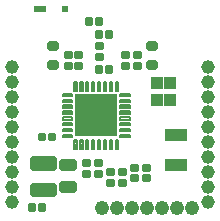
<source format=gbr>
G04 EAGLE Gerber RS-274X export*
G75*
%MOMM*%
%FSLAX34Y34*%
%LPD*%
%INSoldermask Top*%
%IPPOS*%
%AMOC8*
5,1,8,0,0,1.08239X$1,22.5*%
G01*
%ADD10C,0.193500*%
%ADD11R,3.627000X3.627000*%
%ADD12C,0.631119*%
%ADD13C,0.406869*%
%ADD14C,0.531859*%
%ADD15C,0.663353*%
%ADD16R,1.927000X1.127000*%
%ADD17R,0.977000X1.077000*%
%ADD18C,0.400200*%
%ADD19C,1.177000*%
%ADD20R,0.627000X0.627000*%
%ADD21R,1.027000X0.627000*%
%ADD22C,1.227000*%


D10*
X88922Y106742D02*
X88922Y114678D01*
X90858Y114678D01*
X90858Y106742D01*
X88922Y106742D01*
X88922Y108580D02*
X90858Y108580D01*
X90858Y110418D02*
X88922Y110418D01*
X88922Y112256D02*
X90858Y112256D01*
X90858Y114094D02*
X88922Y114094D01*
X83922Y114678D02*
X83922Y106742D01*
X83922Y114678D02*
X85858Y114678D01*
X85858Y106742D01*
X83922Y106742D01*
X83922Y108580D02*
X85858Y108580D01*
X85858Y110418D02*
X83922Y110418D01*
X83922Y112256D02*
X85858Y112256D01*
X85858Y114094D02*
X83922Y114094D01*
X78922Y114678D02*
X78922Y106742D01*
X78922Y114678D02*
X80858Y114678D01*
X80858Y106742D01*
X78922Y106742D01*
X78922Y108580D02*
X80858Y108580D01*
X80858Y110418D02*
X78922Y110418D01*
X78922Y112256D02*
X80858Y112256D01*
X80858Y114094D02*
X78922Y114094D01*
X73922Y114678D02*
X73922Y106742D01*
X73922Y114678D02*
X75858Y114678D01*
X75858Y106742D01*
X73922Y106742D01*
X73922Y108580D02*
X75858Y108580D01*
X75858Y110418D02*
X73922Y110418D01*
X73922Y112256D02*
X75858Y112256D01*
X75858Y114094D02*
X73922Y114094D01*
X68922Y114678D02*
X68922Y106742D01*
X68922Y114678D02*
X70858Y114678D01*
X70858Y106742D01*
X68922Y106742D01*
X68922Y108580D02*
X70858Y108580D01*
X70858Y110418D02*
X68922Y110418D01*
X68922Y112256D02*
X70858Y112256D01*
X70858Y114094D02*
X68922Y114094D01*
X63922Y114678D02*
X63922Y106742D01*
X63922Y114678D02*
X65858Y114678D01*
X65858Y106742D01*
X63922Y106742D01*
X63922Y108580D02*
X65858Y108580D01*
X65858Y110418D02*
X63922Y110418D01*
X63922Y112256D02*
X65858Y112256D01*
X65858Y114094D02*
X63922Y114094D01*
X58922Y114678D02*
X58922Y106742D01*
X58922Y114678D02*
X60858Y114678D01*
X60858Y106742D01*
X58922Y106742D01*
X58922Y108580D02*
X60858Y108580D01*
X60858Y110418D02*
X58922Y110418D01*
X58922Y112256D02*
X60858Y112256D01*
X60858Y114094D02*
X58922Y114094D01*
X53922Y114678D02*
X53922Y106742D01*
X53922Y114678D02*
X55858Y114678D01*
X55858Y106742D01*
X53922Y106742D01*
X53922Y108580D02*
X55858Y108580D01*
X55858Y110418D02*
X53922Y110418D01*
X53922Y112256D02*
X55858Y112256D01*
X55858Y114094D02*
X53922Y114094D01*
X53922Y65978D02*
X53922Y58042D01*
X53922Y65978D02*
X55858Y65978D01*
X55858Y58042D01*
X53922Y58042D01*
X53922Y59880D02*
X55858Y59880D01*
X55858Y61718D02*
X53922Y61718D01*
X53922Y63556D02*
X55858Y63556D01*
X55858Y65394D02*
X53922Y65394D01*
X58922Y65978D02*
X58922Y58042D01*
X58922Y65978D02*
X60858Y65978D01*
X60858Y58042D01*
X58922Y58042D01*
X58922Y59880D02*
X60858Y59880D01*
X60858Y61718D02*
X58922Y61718D01*
X58922Y63556D02*
X60858Y63556D01*
X60858Y65394D02*
X58922Y65394D01*
X63922Y65978D02*
X63922Y58042D01*
X63922Y65978D02*
X65858Y65978D01*
X65858Y58042D01*
X63922Y58042D01*
X63922Y59880D02*
X65858Y59880D01*
X65858Y61718D02*
X63922Y61718D01*
X63922Y63556D02*
X65858Y63556D01*
X65858Y65394D02*
X63922Y65394D01*
X68922Y65978D02*
X68922Y58042D01*
X68922Y65978D02*
X70858Y65978D01*
X70858Y58042D01*
X68922Y58042D01*
X68922Y59880D02*
X70858Y59880D01*
X70858Y61718D02*
X68922Y61718D01*
X68922Y63556D02*
X70858Y63556D01*
X70858Y65394D02*
X68922Y65394D01*
X73922Y65978D02*
X73922Y58042D01*
X73922Y65978D02*
X75858Y65978D01*
X75858Y58042D01*
X73922Y58042D01*
X73922Y59880D02*
X75858Y59880D01*
X75858Y61718D02*
X73922Y61718D01*
X73922Y63556D02*
X75858Y63556D01*
X75858Y65394D02*
X73922Y65394D01*
X78922Y65978D02*
X78922Y58042D01*
X78922Y65978D02*
X80858Y65978D01*
X80858Y58042D01*
X78922Y58042D01*
X78922Y59880D02*
X80858Y59880D01*
X80858Y61718D02*
X78922Y61718D01*
X78922Y63556D02*
X80858Y63556D01*
X80858Y65394D02*
X78922Y65394D01*
X83922Y65978D02*
X83922Y58042D01*
X83922Y65978D02*
X85858Y65978D01*
X85858Y58042D01*
X83922Y58042D01*
X83922Y59880D02*
X85858Y59880D01*
X85858Y61718D02*
X83922Y61718D01*
X83922Y63556D02*
X85858Y63556D01*
X85858Y65394D02*
X83922Y65394D01*
X88922Y65978D02*
X88922Y58042D01*
X88922Y65978D02*
X90858Y65978D01*
X90858Y58042D01*
X88922Y58042D01*
X88922Y59880D02*
X90858Y59880D01*
X90858Y61718D02*
X88922Y61718D01*
X88922Y63556D02*
X90858Y63556D01*
X90858Y65394D02*
X88922Y65394D01*
X92772Y69828D02*
X100708Y69828D01*
X100708Y67892D01*
X92772Y67892D01*
X92772Y69828D01*
X92772Y69730D02*
X100708Y69730D01*
X100708Y74828D02*
X92772Y74828D01*
X100708Y74828D02*
X100708Y72892D01*
X92772Y72892D01*
X92772Y74828D01*
X92772Y74730D02*
X100708Y74730D01*
X100708Y79828D02*
X92772Y79828D01*
X100708Y79828D02*
X100708Y77892D01*
X92772Y77892D01*
X92772Y79828D01*
X92772Y79730D02*
X100708Y79730D01*
X100708Y84828D02*
X92772Y84828D01*
X100708Y84828D02*
X100708Y82892D01*
X92772Y82892D01*
X92772Y84828D01*
X92772Y84730D02*
X100708Y84730D01*
X100708Y89828D02*
X92772Y89828D01*
X100708Y89828D02*
X100708Y87892D01*
X92772Y87892D01*
X92772Y89828D01*
X92772Y89730D02*
X100708Y89730D01*
X100708Y94828D02*
X92772Y94828D01*
X100708Y94828D02*
X100708Y92892D01*
X92772Y92892D01*
X92772Y94828D01*
X92772Y94730D02*
X100708Y94730D01*
X100708Y99828D02*
X92772Y99828D01*
X100708Y99828D02*
X100708Y97892D01*
X92772Y97892D01*
X92772Y99828D01*
X92772Y99730D02*
X100708Y99730D01*
X100708Y104828D02*
X92772Y104828D01*
X100708Y104828D02*
X100708Y102892D01*
X92772Y102892D01*
X92772Y104828D01*
X92772Y104730D02*
X100708Y104730D01*
X52008Y104828D02*
X44072Y104828D01*
X52008Y104828D02*
X52008Y102892D01*
X44072Y102892D01*
X44072Y104828D01*
X44072Y104730D02*
X52008Y104730D01*
X52008Y99828D02*
X44072Y99828D01*
X52008Y99828D02*
X52008Y97892D01*
X44072Y97892D01*
X44072Y99828D01*
X44072Y99730D02*
X52008Y99730D01*
X52008Y94828D02*
X44072Y94828D01*
X52008Y94828D02*
X52008Y92892D01*
X44072Y92892D01*
X44072Y94828D01*
X44072Y94730D02*
X52008Y94730D01*
X52008Y89828D02*
X44072Y89828D01*
X52008Y89828D02*
X52008Y87892D01*
X44072Y87892D01*
X44072Y89828D01*
X44072Y89730D02*
X52008Y89730D01*
X52008Y84828D02*
X44072Y84828D01*
X52008Y84828D02*
X52008Y82892D01*
X44072Y82892D01*
X44072Y84828D01*
X44072Y84730D02*
X52008Y84730D01*
X52008Y79828D02*
X44072Y79828D01*
X52008Y79828D02*
X52008Y77892D01*
X44072Y77892D01*
X44072Y79828D01*
X44072Y79730D02*
X52008Y79730D01*
X52008Y74828D02*
X44072Y74828D01*
X52008Y74828D02*
X52008Y72892D01*
X44072Y72892D01*
X44072Y74828D01*
X44072Y74730D02*
X52008Y74730D01*
X52008Y69828D02*
X44072Y69828D01*
X52008Y69828D02*
X52008Y67892D01*
X44072Y67892D01*
X44072Y69828D01*
X44072Y69730D02*
X52008Y69730D01*
D11*
X72390Y86360D03*
D12*
X52840Y47390D02*
X52840Y42430D01*
X43680Y42430D01*
X43680Y47390D01*
X52840Y47390D01*
X43680Y28690D02*
X43680Y23730D01*
X43680Y28690D02*
X52840Y28690D01*
X52840Y23730D01*
X43680Y23730D01*
D13*
X65101Y44909D02*
X65101Y47511D01*
X65101Y44909D02*
X61899Y44909D01*
X61899Y47511D01*
X65101Y47511D01*
X61899Y38911D02*
X61899Y36309D01*
X61899Y38911D02*
X65101Y38911D01*
X65101Y36309D01*
X61899Y36309D01*
X105741Y41099D02*
X105741Y43701D01*
X105741Y41099D02*
X102539Y41099D01*
X102539Y43701D01*
X105741Y43701D01*
X102539Y35101D02*
X102539Y32499D01*
X102539Y35101D02*
X105741Y35101D01*
X105741Y32499D01*
X102539Y32499D01*
X115901Y41099D02*
X115901Y43701D01*
X115901Y41099D02*
X112699Y41099D01*
X112699Y43701D01*
X115901Y43701D01*
X112699Y35101D02*
X112699Y32499D01*
X112699Y35101D02*
X115901Y35101D01*
X115901Y32499D01*
X112699Y32499D01*
X85421Y37289D02*
X85421Y39891D01*
X85421Y37289D02*
X82219Y37289D01*
X82219Y39891D01*
X85421Y39891D01*
X82219Y31291D02*
X82219Y28689D01*
X82219Y31291D02*
X85421Y31291D01*
X85421Y28689D01*
X82219Y28689D01*
X95581Y37289D02*
X95581Y39891D01*
X95581Y37289D02*
X92379Y37289D01*
X92379Y39891D01*
X95581Y39891D01*
X92379Y31291D02*
X92379Y28689D01*
X92379Y31291D02*
X95581Y31291D01*
X95581Y28689D01*
X92379Y28689D01*
X36081Y66979D02*
X33479Y66979D01*
X33479Y70181D01*
X36081Y70181D01*
X36081Y66979D01*
X27481Y70181D02*
X24879Y70181D01*
X27481Y70181D02*
X27481Y66979D01*
X24879Y66979D01*
X24879Y70181D01*
D14*
X32934Y127034D02*
X32934Y130886D01*
X38186Y130886D01*
X38186Y127034D01*
X32934Y127034D01*
X38186Y143434D02*
X38186Y147286D01*
X38186Y143434D02*
X32934Y143434D01*
X32934Y147286D01*
X38186Y147286D01*
X116754Y130886D02*
X116754Y127034D01*
X116754Y130886D02*
X122006Y130886D01*
X122006Y127034D01*
X116754Y127034D01*
X122006Y143434D02*
X122006Y147286D01*
X122006Y143434D02*
X116754Y143434D01*
X116754Y147286D01*
X122006Y147286D01*
D15*
X35903Y25753D02*
X35903Y20327D01*
X19977Y20327D01*
X19977Y25753D01*
X35903Y25753D01*
X35903Y42827D02*
X35903Y48253D01*
X35903Y42827D02*
X19977Y42827D01*
X19977Y48253D01*
X35903Y48253D01*
D13*
X46659Y127749D02*
X46659Y130351D01*
X49861Y130351D01*
X49861Y127749D01*
X46659Y127749D01*
X49861Y136349D02*
X49861Y138951D01*
X49861Y136349D02*
X46659Y136349D01*
X46659Y138951D01*
X49861Y138951D01*
X55549Y130351D02*
X55549Y127749D01*
X55549Y130351D02*
X58751Y130351D01*
X58751Y127749D01*
X55549Y127749D01*
X58751Y136349D02*
X58751Y138951D01*
X58751Y136349D02*
X55549Y136349D01*
X55549Y138951D01*
X58751Y138951D01*
X94919Y130351D02*
X94919Y127749D01*
X94919Y130351D02*
X98121Y130351D01*
X98121Y127749D01*
X94919Y127749D01*
X98121Y136349D02*
X98121Y138951D01*
X98121Y136349D02*
X94919Y136349D01*
X94919Y138951D01*
X98121Y138951D01*
X105079Y130351D02*
X105079Y127749D01*
X105079Y130351D02*
X108281Y130351D01*
X108281Y127749D01*
X105079Y127749D01*
X108281Y136349D02*
X108281Y138951D01*
X108281Y136349D02*
X105079Y136349D01*
X105079Y138951D01*
X108281Y138951D01*
X75261Y47511D02*
X75261Y44909D01*
X72059Y44909D01*
X72059Y47511D01*
X75261Y47511D01*
X72059Y38911D02*
X72059Y36309D01*
X72059Y38911D02*
X75261Y38911D01*
X75261Y36309D01*
X72059Y36309D01*
X27191Y7289D02*
X24589Y7289D01*
X24589Y10491D01*
X27191Y10491D01*
X27191Y7289D01*
X18591Y10491D02*
X15989Y10491D01*
X18591Y10491D02*
X18591Y7289D01*
X15989Y7289D01*
X15989Y10491D01*
D16*
X139700Y69650D03*
X139700Y44650D03*
D17*
X123790Y113930D03*
X123790Y99430D03*
X135290Y99430D03*
X135290Y113930D03*
D18*
X75754Y153974D02*
X73086Y153974D01*
X73086Y157242D01*
X75754Y157242D01*
X75754Y153974D01*
X81726Y153974D02*
X84394Y153974D01*
X81726Y153974D02*
X81726Y157242D01*
X84394Y157242D01*
X84394Y153974D01*
X75504Y168004D02*
X72836Y168004D01*
X75504Y168004D02*
X75504Y164736D01*
X72836Y164736D01*
X72836Y168004D01*
X66864Y168004D02*
X64196Y168004D01*
X66864Y168004D02*
X66864Y164736D01*
X64196Y164736D01*
X64196Y168004D01*
X76564Y137984D02*
X76564Y135316D01*
X73296Y135316D01*
X73296Y137984D01*
X76564Y137984D01*
X76564Y143956D02*
X76564Y146624D01*
X76564Y143956D02*
X73296Y143956D01*
X73296Y146624D01*
X76564Y146624D01*
X75754Y124096D02*
X73086Y124096D01*
X73086Y127364D01*
X75754Y127364D01*
X75754Y124096D01*
X81726Y124096D02*
X84394Y124096D01*
X81726Y124096D02*
X81726Y127364D01*
X84394Y127364D01*
X84394Y124096D01*
D19*
X166770Y63500D03*
X166770Y50800D03*
X166770Y38100D03*
X166770Y25400D03*
X166770Y12700D03*
X166770Y76200D03*
X166770Y88900D03*
X166770Y101600D03*
X166770Y114300D03*
X166770Y127000D03*
X1270Y63500D03*
X1270Y50800D03*
X1270Y38100D03*
X1270Y25400D03*
X1270Y12700D03*
X1270Y76200D03*
X1270Y88900D03*
X1270Y101600D03*
X1270Y114300D03*
X1270Y127000D03*
D20*
X45720Y176530D03*
D21*
X24722Y176490D03*
D22*
X115570Y7620D03*
X128270Y7620D03*
X102870Y7620D03*
X90170Y7620D03*
X140970Y7620D03*
X153670Y7620D03*
X77470Y7620D03*
M02*

</source>
